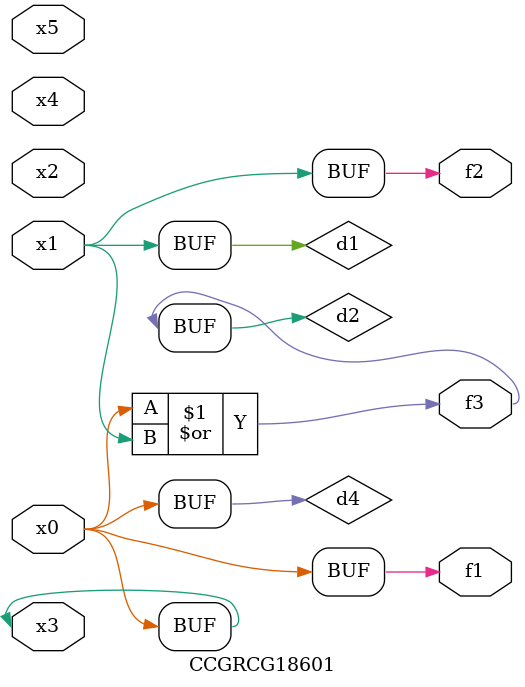
<source format=v>
module CCGRCG18601(
	input x0, x1, x2, x3, x4, x5,
	output f1, f2, f3
);

	wire d1, d2, d3, d4;

	and (d1, x1);
	or (d2, x0, x1);
	nand (d3, x0, x5);
	buf (d4, x0, x3);
	assign f1 = d4;
	assign f2 = d1;
	assign f3 = d2;
endmodule

</source>
